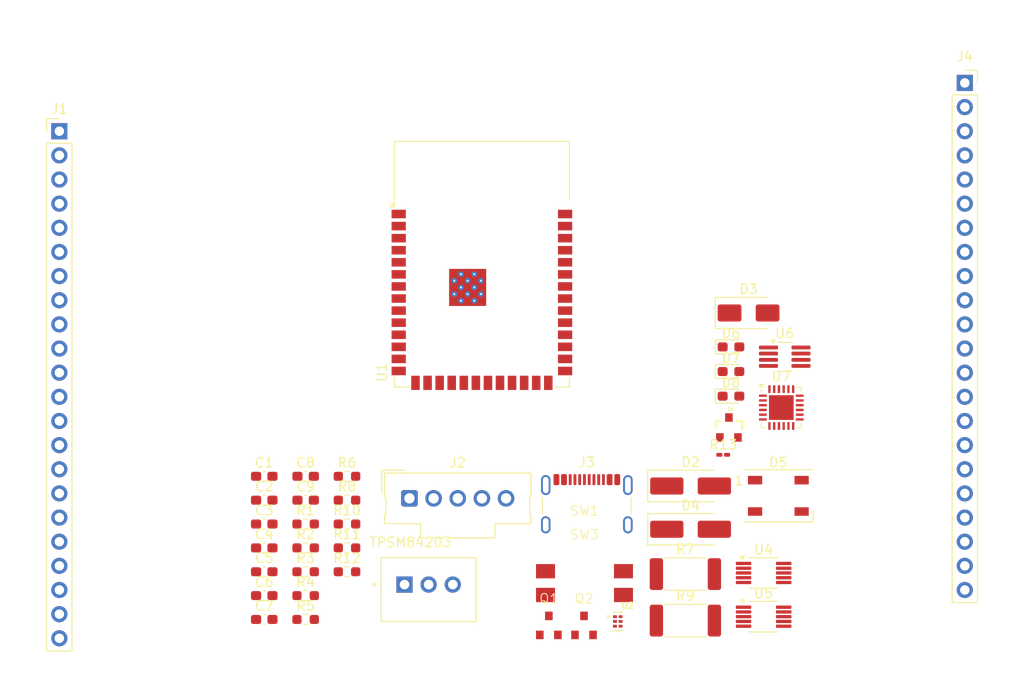
<source format=kicad_pcb>
(kicad_pcb (version 20240108) (generator "pcbnew") (generator_version "8.0")
  (layers (0 "F.Cu" signal) (31 "B.Cu" signal) (34 "B.Paste" user) (35 "F.Paste" user) (36 "B.SilkS" user "B.Silkscreen") (37 "F.SilkS" user "F.Silkscreen") (38 "B.Mask" user) (39 "F.Mask" user) (44 "Edge.Cuts" user))
  (net 0 "")
  (net 1 "GND")
  (net 2 "+3.3V")
  (net 3 "/IO0")
  (net 4 "/BC V_in")
  (net 5 "/EN")
  (net 6 "/CANH")
  (net 7 "/CANL")
  (net 8 "+24V")
  (net 9 "+5V")
  (net 11 "Net-(D5-DIN)")
  (net 12 "Net-(D6-K)")
  (net 13 "Net-(D6-A)")
  (net 14 "Net-(D7-A)")
  (net 15 "Net-(D7-K)")
  (net 16 "Net-(D8-A)")
  (net 17 "/IO19")
  (net 18 "/IO17{slash}U2TXD")
  (net 19 "/IO3")
  (net 20 "/IO16{slash}U2RXD")
  (net 21 "/IO46")
  (net 22 "/IO18")
  (net 23 "/IO15")
  (net 24 "/IO7")
  (net 25 "/IO9")
  (net 26 "/IO4")
  (net 27 "/IO11")
  (net 28 "/IO12")
  (net 29 "/IO20{slash}SDA")
  (net 30 "/IO8")
  (net 31 "/24V_out")
  (net 32 "/IO5")
  (net 33 "/IO10")
  (net 34 "/IO6")
  (net 36 "/D_N")
  (net 37 "/D_P")
  (net 38 "/CC1")
  (net 39 "/CC2")
  (net 40 "/TXD")
  (net 41 "/IO41")
  (net 42 "/IO2")
  (net 43 "/RXD")
  (net 44 "/IO35")
  (net 45 "/IO21{slash}SCL")
  (net 46 "/IO48")
  (net 47 "/IO36")
  (net 48 "/IO40")
  (net 49 "/IO39")
  (net 50 "/IO38")
  (net 51 "/IO42")
  (net 52 "/IO1")
  (net 53 "/IO14")
  (net 54 "/IO37")
  (net 55 "/IO47")
  (net 56 "/IO13")
  (net 57 "/IO45")
  (net 58 "Net-(Q1-B)")
  (net 59 "/RTS")
  (net 60 "/DTR")
  (net 61 "Net-(Q2-B)")
  (net 62 "Net-(U7-~{RST})")
  (net 63 "/BC V_out")
  (footprint "Capacitor_SMD:C_0603_1608Metric_Pad1.08x0.95mm_HandSolder" (layer "F.Cu") (at 110.4575 92.18)
    (property "Reference" "C1" (at 0 -1.43 0) (layer "F.SilkS"))
    (property "Value" "100uF")
    (pad "1" smd roundrect (at -0.8625 0) (size 1.075 0.95) (layers "F.Cu" "F.Paste" "F.Mask") (net 2 "+3.3V"))
    (pad "2" smd roundrect (at 0.8625 0) (size 1.075 0.95) (layers "F.Cu" "F.Paste" "F.Mask") (net 1 "GND"))
  )
  (footprint "LED_SMD:LED_0603_1608Metric_Pad1.05x0.95mm_HandSolder" (layer "F.Cu") (at 159.5525 81.16)
    (property "Reference" "D7" (at 0 -1.43 0) (layer "F.SilkS"))
    (property "Value" "LED")
    (pad "1" smd roundrect (at -0.875 0) (size 1.05 0.95) (layers "F.Cu" "F.Paste" "F.Mask") (net 15 "Net-(D7-K)"))
    (pad "2" smd roundrect (at 0.875 0) (size 1.05 0.95) (layers "F.Cu" "F.Paste" "F.Mask") (net 14 "Net-(D7-A)"))
  )
  (footprint "Resistor_SMD:R_0603_1608Metric_Pad0.98x0.95mm_HandSolder" (layer "F.Cu") (at 119.1575 94.69)
    (property "Reference" "R8" (at 0 -1.43 0) (layer "F.SilkS"))
    (property "Value" "1K")
    (pad "1" smd roundrect (at -0.9125 0) (size 0.975 0.95) (layers "F.Cu" "F.Paste" "F.Mask") (net 2 "+3.3V"))
    (pad "2" smd roundrect (at 0.9125 0) (size 0.975 0.95) (layers "F.Cu" "F.Paste" "F.Mask") (net 16 "Net-(D8-A)"))
  )
  (footprint "LED_SMD:LED_WS2812B_PLCC4_5.0x5.0mm_P3.2mm" (layer "F.Cu") (at 164.5325 94.235)
    (property "Reference" "D5" (at 0 -3.5 0) (layer "F.SilkS"))
    (property "Value" "WS2812B")
    (fp_text user "1" (at -4.15 -1.6 0) (layer "F.SilkS"))
    (pad "1" smd rect (at -2.45 -1.65) (size 1.5 0.9) (layers "F.Cu" "F.Paste" "F.Mask") (net 2 "+3.3V"))
    (pad "2" smd rect (at -2.45 1.65) (size 1.5 0.9) (layers "F.Cu" "F.Paste" "F.Mask"))
    (pad "3" smd rect (at 2.45 1.65) (size 1.5 0.9) (layers "F.Cu" "F.Paste" "F.Mask") (net 1 "GND"))
    (pad "4" smd rect (at 2.45 -1.65) (size 1.5 0.9) (layers "F.Cu" "F.Paste" "F.Mask") (net 11 "Net-(D5-DIN)"))
  )
  (footprint "Resistor_SMD:R_2512_6332Metric_Pad1.40x3.35mm_HandSolder" (layer "F.Cu") (at 154.7575 102.47)
    (property "Reference" "R7" (at 0 -2.62 0) (layer "F.SilkS"))
    (property "Value" "0.02")
    (pad "1" smd roundrect (at -3.05 0) (size 1.4 3.35) (layers "F.Cu" "F.Paste" "F.Mask") (roundrect_rratio 0.178571) (net 8 "+24V"))
    (pad "2" smd roundrect (at 3.05 0) (size 1.4 3.35) (layers "F.Cu" "F.Paste" "F.Mask") (roundrect_rratio 0.178571) (net 31 "/24V_out"))
  )
  (footprint "Connector_Molex:Molex_SL_171971-0005_1x05_P2.54mm_Vertical" (layer "F.Cu") (at 125.73 94.5)
    (property "Reference" "J2" (at 5.08 -3.75 0) (layer "F.SilkS"))
    (property "Value" "Conn_01x05_Socket")
    (pad "1" thru_hole roundrect (at 0 0) (size 1.74 1.74) (drill 1.09) (layers "*.Cu" "*.Mask") (roundrect_rratio 0.143678))
    (pad "2" thru_hole circle (at 2.54 0) (size 1.74 1.74) (drill 1.09) (layers "*.Cu" "*.Mask") (net 8 "+24V"))
    (pad "3" thru_hole circle (at 5.08 0) (size 1.74 1.74) (drill 1.09) (layers "*.Cu" "*.Mask") (net 1 "GND"))
    (pad "4" thru_hole circle (at 7.62 0) (size 1.74 1.74) (drill 1.09) (layers "*.Cu" "*.Mask") (net 6 "/CANH"))
    (pad "5" thru_hole circle (at 10.16 0) (size 1.74 1.74) (drill 1.09) (layers "*.Cu" "*.Mask") (net 7 "/CANL"))
  )
  (footprint "Capacitor_SMD:C_0603_1608Metric_Pad1.08x0.95mm_HandSolder" (layer "F.Cu") (at 110.4575 97.2)
    (property "Reference" "C3" (at 0 -1.43 0) (layer "F.SilkS"))
    (property "Value" "10uF")
    (pad "1" smd roundrect (at -0.8625 0) (size 1.075 0.95) (layers "F.Cu" "F.Paste" "F.Mask") (net 4 "/BC V_in"))
    (pad "2" smd roundrect (at 0.8625 0) (size 1.075 0.95) (layers "F.Cu" "F.Paste" "F.Mask") (net 1 "GND"))
  )
  (footprint "Resistor_SMD:R_0603_1608Metric_Pad0.98x0.95mm_HandSolder" (layer "F.Cu") (at 114.8075 104.73)
    (property "Reference" "R4" (at 0 -1.43 0) (layer "F.SilkS"))
    (property "Value" "10k")
    (pad "1" smd roundrect (at -0.9125 0) (size 0.975 0.95) (layers "F.Cu" "F.Paste" "F.Mask") (net 60 "/DTR"))
    (pad "2" smd roundrect (at 0.9125 0) (size 0.975 0.95) (layers "F.Cu" "F.Paste" "F.Mask") (net 58 "Net-(Q1-B)"))
  )
  (footprint "Diode_SMD:D_SMA_Handsoldering" (layer "F.Cu") (at 155.3025 97.75)
    (property "Reference" "D4" (at 0 -2.5 0) (layer "F.SilkS"))
    (property "Value" "D")
    (pad "1" smd roundrect (at -2.5 0) (size 3.5 1.8) (layers "F.Cu" "F.Paste" "F.Mask") (roundrect_rratio 0.1388888889) (net 4 "/BC V_in"))
    (pad "2" smd roundrect (at 2.5 0) (size 3.5 1.8) (layers "F.Cu" "F.Paste" "F.Mask") (roundrect_rratio 0.1388888889) (net 9 "+5V"))
  )
  (footprint "Resistor_SMD:R_0603_1608Metric_Pad0.98x0.95mm_HandSolder" (layer "F.Cu") (at 119.1575 97.2)
    (property "Reference" "R10" (at 0 -1.43 0) (layer "F.SilkS"))
    (property "Value" "10k")
    (pad "1" smd roundrect (at -0.9125 0) (size 0.975 0.95) (layers "F.Cu" "F.Paste" "F.Mask") (net 2 "+3.3V"))
    (pad "2" smd roundrect (at 0.9125 0) (size 0.975 0.95) (layers "F.Cu" "F.Paste" "F.Mask") (net 29 "/IO20{slash}SDA"))
  )
  (footprint "Resistor_SMD:R_0201_0603Metric_Pad0.64x0.40mm_HandSolder" (layer "F.Cu") (at 158.7375 89.92)
    (property "Reference" "R13" (at 0 -1.05 0) (layer "F.SilkS"))
    (property "Value" "220")
    (pad "1" smd roundrect (at -0.4075 0) (size 0.635 0.4) (layers "F.Cu" "F.Mask") (net 14 "Net-(D7-A)"))
    (pad "2" smd roundrect (at 0.4075 0) (size 0.635 0.4) (layers "F.Cu" "F.Mask") (net 2 "+3.3V"))
  )
  (footprint "Capacitor_SMD:C_0603_1608Metric_Pad1.08x0.95mm_HandSolder" (layer "F.Cu") (at 110.4575 102.22)
    (property "Reference" "C5" (at 0 -1.43 0) (layer "F.SilkS"))
    (property "Value" "0.1uF")
    (pad "1" smd roundrect (at -0.8625 0) (size 1.075 0.95) (layers "F.Cu" "F.Paste" "F.Mask") (net 5 "/EN"))
    (pad "2" smd roundrect (at 0.8625 0) (size 1.075 0.95) (layers "F.Cu" "F.Paste" "F.Mask") (net 1 "GND"))
  )
  (footprint "Capacitor_SMD:C_0603_1608Metric_Pad1.08x0.95mm_HandSolder" (layer "F.Cu") (at 110.4575 107.24)
    (property "Reference" "C7" (at 0 -1.43 0) (layer "F.SilkS"))
    (property "Value" "0.1uF")
    (pad "1" smd roundrect (at -0.8625 0) (size 1.075 0.95) (layers "F.Cu" "F.Paste" "F.Mask") (net 2 "+3.3V"))
    (pad "2" smd roundrect (at 0.8625 0) (size 1.075 0.95) (layers "F.Cu" "F.Paste" "F.Mask") (net 1 "GND"))
  )
  (footprint "Capacitor_SMD:C_0603_1608Metric_Pad1.08x0.95mm_HandSolder" (layer "F.Cu") (at 110.4575 104.73)
    (property "Reference" "C6" (at 0 -1.43 0) (layer "F.SilkS"))
    (property "Value" "10uF")
    (pad "1" smd roundrect (at -0.8625 0) (size 1.075 0.95) (layers "F.Cu" "F.Paste" "F.Mask") (net 2 "+3.3V"))
    (pad "2" smd roundrect (at 0.8625 0) (size 1.075 0.95) (layers "F.Cu" "F.Paste" "F.Mask") (net 1 "GND"))
  )
  (footprint "PESD1CAN:SOT23-3" (layer "F.Cu") (at 159.3341 87.095)
    (property "Reference" "D1" (at 0.190663 -1.982883 0) (layer "F.SilkS") (effects (font (size 0.320272 0.320272))))
    (property "Value" "PESD1CAN")
    (pad "1" smd rect (at -0.95 1) (size 0.8 0.9) (layers "F.Cu" "F.Paste" "F.Mask") (net 6 "/CANH"))
    (pad "2" smd rect (at 0.95 1) (size 0.8 0.9) (layers "F.Cu" "F.Paste" "F.Mask") (net 7 "/CANL"))
    (pad "3" smd rect (at 0 -1.1) (size 0.8 0.9) (layers "F.Cu" "F.Paste" "F.Mask") (net 1 "GND"))
  )
  (footprint "Resistor_SMD:R_0603_1608Metric_Pad0.98x0.95mm_HandSolder" (layer "F.Cu") (at 114.8075 102.22)
    (property "Reference" "R3" (at 0 -1.43 0) (layer "F.SilkS"))
    (property "Value" "10")
    (pad "1" smd roundrect (at -0.9125 0) (size 0.975 0.95) (layers "F.Cu" "F.Paste" "F.Mask") (net 9 "+5V"))
    (pad "2" smd roundrect (at 0.9125 0) (size 0.975 0.95) (layers "F.Cu" "F.Paste" "F.Mask") (net 62 "Net-(U7-~{RST})"))
  )
  (footprint "Resistor_SMD:R_0603_1608Metric_Pad0.98x0.95mm_HandSolder" (layer "F.Cu") (at 114.8075 99.71)
    (property "Reference" "R2" (at 0 -1.43 0) (layer "F.SilkS"))
    (property "Value" "5.1k")
    (pad "1" smd roundrect (at -0.9125 0) (size 0.975 0.95) (layers "F.Cu" "F.Paste" "F.Mask") (net 39 "/CC2"))
    (pad "2" smd roundrect (at 0.9125 0) (size 0.975 0.95) (layers "F.Cu" "F.Paste" "F.Mask") (net 1 "GND"))
  )
  (footprint "Connector_PinHeader_2.54mm:PinHeader_1x22_P2.54mm_Vertical" (layer "F.Cu") (at 88.9 55.88)
    (property "Reference" "J1" (at 0 -2.33 0) (layer "F.SilkS"))
    (property "Value" "Conn_01x22_Pin")
    (pad "1" thru_hole rect (at 0 0) (size 1.7 1.7) (drill 1) (layers "*.Cu" "*.Mask") (net 2 "+3.3V"))
    (pad "2" thru_hole oval (at 0 2.54) (size 1.7 1.7) (drill 1) (layers "*.Cu" "*.Mask") (net 5 "/EN"))
    (pad "3" thru_hole oval (at 0 5.08) (size 1.7 1.7) (drill 1) (layers "*.Cu" "*.Mask") (net 26 "/IO4"))
    (pad "4" thru_hole oval (at 0 7.62) (size 1.7 1.7) (drill 1) (layers "*.Cu" "*.Mask") (net 32 "/IO5"))
    (pad "5" thru_hole oval (at 0 10.16) (size 1.7 1.7) (drill 1) (layers "*.Cu" "*.Mask") (net 34 "/IO6"))
    (pad "6" thru_hole oval (at 0 12.7) (size 1.7 1.7) (drill 1) (layers "*.Cu" "*.Mask") (net 24 "/IO7"))
    (pad "7" thru_hole oval (at 0 15.24) (size 1.7 1.7) (drill 1) (layers "*.Cu" "*.Mask") (net 23 "/IO15"))
    (pad "8" thru_hole oval (at 0 17.78) (size 1.7 1.7) (drill 1) (layers "*.Cu" "*.Mask") (net 20 "/IO16{slash}U2RXD"))
    (pad "9" thru_hole oval (at 0 20.32) (size 1.7 1.7) (drill 1) (layers "*.Cu" "*.Mask") (net 18 "/IO17{slash}U2TXD"))
    (pad "10" thru_hole oval (at 0 22.86) (size 1.7 1.7) (drill 1) (layers "*.Cu" "*.Mask") (net 22 "/IO18"))
    (pad "11" thru_hole oval (at 0 25.4) (size 1.7 1.7) (drill 1) (layers "*.Cu" "*.Mask") (net 30 "/IO8"))
    (pad "12" thru_hole oval (at 0 27.94) (size 1.7 1.7) (drill 1) (layers "*.Cu" "*.Mask") (net 17 "/IO19"))
    (pad "13" thru_hole oval (at 0 30.48) (size 1.7 1.7) (drill 1) (layers "*.Cu" "*.Mask") (net 29 "/IO20{slash}SDA"))
    (pad "14" thru_hole oval (at 0 33.02) (size 1.7 1.7) (drill 1) (layers "*.Cu" "*.Mask") (net 19 "/IO3"))
    (pad "15" thru_hole oval (at 0 35.56) (size 1.7 1.7) (drill 1) (layers "*.Cu" "*.Mask") (net 21 "/IO46"))
    (pad "16" thru_hole oval (at 0 38.1) (size 1.7 1.7) (drill 1) (layers "*.Cu" "*.Mask") (net 25 "/IO9"))
    (pad "17" thru_hole oval (at 0 40.64) (size 1.7 1.7) (drill 1) (layers "*.Cu" "*.Mask") (net 33 "/IO10"))
    (pad "18" thru_hole oval (at 0 43.18) (size 1.7 1.7) (drill 1) (layers "*.Cu" "*.Mask") (net 27 "/IO11"))
    (pad "19" thru_hole oval (at 0 45.72) (size 1.7 1.7) (drill 1) (layers "*.Cu" "*.Mask") (net 28 "/IO12"))
    (pad "20" thru_hole oval (at 0 48.26) (size 1.7 1.7) (drill 1) (layers "*.Cu" "*.Mask") (net 8 "+24V"))
    (pad "21" thru_hole oval (at 0 50.8) (size 1.7 1.7) (drill 1) (layers "*.Cu" "*.Mask") (net 31 "/24V_out"))
    (pad "22" thru_hole oval (at 0 53.34) (size 1.7 1.7) (drill 1) (layers "*.Cu" "*.Mask") (net 1 "GND"))
  )
  (footprint "LED_SMD:LED_0603_1608Metric_Pad1.05x0.95mm_HandSolder" (layer "F.Cu") (at 159.5525 78.57)
    (property "Reference" "D6" (at 0 -1.43 0) (layer "F.SilkS"))
    (property "Value" "LED")
    (pad "1" smd roundrect (at -0.875 0) (size 1.05 0.95) (layers "F.Cu" "F.Paste" "F.Mask") (net 12 "Net-(D6-K)"))
    (pad "2" smd roundrect (at 0.875 0) (size 1.05 0.95) (layers "F.Cu" "F.Paste" "F.Mask") (net 13 "Net-(D6-A)"))
  )
  (footprint "Capacitor_SMD:C_0603_1608Metric_Pad1.08x0.95mm_HandSolder" (layer "F.Cu") (at 114.8075 92.18)
    (property "Reference" "C8" (at 0 -1.43 0) (layer "F.SilkS"))
    (property "Value" "100uF")
    (pad "1" smd roundrect (at -0.8625 0) (size 1.075 0.95) (layers "F.Cu" "F.Paste" "F.Mask") (net 2 "+3.3V"))
    (pad "2" smd roundrect (at 0.8625 0) (size 1.075 0.95) (layers "F.Cu" "F.Paste" "F.Mask") (net 1 "GND"))
  )
  (footprint "RF_Module:ESP32-S3-WROOM-1" (layer "F.Cu") (at 133.35 69.85)
    (property "Reference" "U1" (at -10.5 11.4 90) (layer "F.SilkS"))
    (property "Value" "ESP32-S3-WROOM-1")
    (pad "1" smd rect (at -8.75 -5.26) (size 1.5 0.9) (layers "F.Cu" "F.Paste" "F.Mask") (net 1 "GND"))
    (pad "2" smd rect (at -8.75 -3.99) (size 1.5 0.9) (layers "F.Cu" "F.Paste" "F.Mask") (net 2 "+3.3V"))
    (pad "3" smd rect (at -8.75 -2.72) (size 1.5 0.9) (layers "F.Cu" "F.Paste" "F.Mask") (net 5 "/EN"))
    (pad "4" smd rect (at -8.75 -1.45) (size 1.5 0.9) (layers "F.Cu" "F.Paste" "F.Mask") (net 26 "/IO4"))
    (pad "5" smd rect (at -8.75 -0.18) (size 1.5 0.9) (layers "F.Cu" "F.Paste" "F.Mask") (net 32 "/IO5"))
    (pad "6" smd rect (at -8.75 1.09) (size 1.5 0.9) (layers "F.Cu" "F.Paste" "F.Mask") (net 34 "/IO6"))
    (pad "7" smd rect (at -8.75 2.36) (size 1.5 0.9) (layers "F.Cu" "F.Paste" "F.Mask") (net 24 "/IO7"))
    (pad "8" smd rect (at -8.75 3.63) (size 1.5 0.9) (layers "F.Cu" "F.Paste" "F.Mask") (net 23 "/IO15"))
    (pad "9" smd rect (at -8.75 4.9) (size 1.5 0.9) (layers "F.Cu" "F.Paste" "F.Mask") (net 20 "/IO16{slash}U2RXD"))
    (pad "10" smd rect (at -8.75 6.17) (size 1.5 0.9) (layers "F.Cu" "F.Paste" "F.Mask") (net 18 "/IO17{slash}U2TXD"))
    (pad "11" smd rect (at -8.75 7.44) (size 1.5 0.9) (layers "F.Cu" "F.Paste" "F.Mask") (net 22 "/IO18"))
    (pad "12" smd rect (at -8.75 8.71) (size 1.5 0.9) (layers "F.Cu" "F.Paste" "F.Mask") (net 30 "/IO8"))
    (pad "13" smd rect (at -8.75 9.98) (size 1.5 0.9) (layers "F.Cu" "F.Paste" "F.Mask") (net 17 "/IO19"))
    (pad "14" smd rect (at -8.75 11.25 180) (size 1.5 0.9) (layers "F.Cu" "F.Paste" "F.Mask") (net 29 "/IO20{slash}SDA"))
    (pad "15" smd rect (at -6.985 12.5 270) (size 1.5 0.9) (layers "F.Cu" "F.Paste" "F.Mask") (net 19 "/IO3"))
    (pad "16" smd rect (at -5.715 12.5 270) (size 1.5 0.9) (layers "F.Cu" "F.Paste" "F.Mask") (net 21 "/IO46"))
    (pad "17" smd rect (at -4.445 12.5 270) (size 1.5 0.9) (layers "F.Cu" "F.Paste" "F.Mask") (net 25 "/IO9"))
    (pad "18" smd rect (at -3.175 12.5 270) (size 1.5 0.9) (layers "F.Cu" "F.Paste" "F.Mask") (net 33 "/IO10"))
    (pad "19" smd rect (at -1.905 12.5 270) (size 1.5 0.9) (layers "F.Cu" "F.Paste" "F.Mask") (net 27 "/IO11"))
    (pad "20" smd rect (at -0.635 12.5 270) (size 1.5 0.9) (layers "F.Cu" "F.Paste" "F.Mask") (net 28 "/IO12"))
    (pad "21" smd rect (at 0.635 12.5 270) (size 1.5 0.9) (layers "F.Cu" "F.Paste" "F.Mask") (net 56 "/IO13"))
    (pad "22" smd rect (at 1.905 12.5 270) (size 1.5 0.9) (layers "F.Cu" "F.Paste" "F.Mask") (net 53 "/IO14"))
    (pad "23" smd rect (at 3.175 12.5 270) (size 1.5 0.9) (layers "F.Cu" "F.Paste" "F.Mask") (net 45 "/IO21{slash}SCL"))
    (pad "24" smd rect (at 4.445 12.5 270) (size 1.5 0.9) (layers "F.Cu" "F.Paste" "F.Mask") (net 55 "/IO47"))
    (pad "25" smd rect (at 5.715 12.5 270) (size 1.5 0.9) (layers "F.Cu" "F.Paste" "F.Mask") (net 46 "/IO48"))
    (pad "26" smd rect (at 6.985 12.5 270) (size 1.5 0.9) (layers "F.Cu" "F.Paste" "F.Mask") (net 57 "/IO45"))
    (pad "27" smd rect (at 8.75 11.25) (size 1.5 0.9) (layers "F.Cu" "F.Paste" "F.Mask") (net 3 "/IO0"))
    (pad "28" smd rect (at 8.75 9.98) (size 1.5 0.9) (layers "F.Cu" "F.Paste" "F.Mask") (net 44 "/IO35"))
    (pad "29" smd rect (at 8.75 8.71) (size 1.5 0.9) (layers "F.Cu" "F.Paste" "F.Mask") (net 47 "/IO36"))
    (pad "30" smd rect (at 8.75 7.44) (size 1.5 0.9) (layers "F.Cu" "F.Paste" "F.Mask") (net 54 "/IO37"))
    (pad "31" smd rect (at 8.75 6.17) (size 1.5 0.9) (layers "F.Cu" "F.Paste" "F.Mask") (net 50 "/IO38"))
    (pad "32" smd rect (at 8.75 4.9) (size 1.5 0.9) (layers "F.Cu" "F.Paste" "F.Mask") (net 49 "/IO39"))
    (pad "33" smd rect (at 8.75 3.63) (size 1.5 0.9) (layers "F.Cu" "F.Paste" "F.Mask") (net 48 "/IO40"))
    (pad "34" smd rect (at 8.75 2.36) (size 1.5 0.9) (layers "F.Cu" "F.Paste" "F.Mask") (net 41 "/IO41"))
    (pad "35" smd rect (at 8.75 1.09) (size 1.5 0.9) (layers "F.Cu" "F.Paste" "F.Mask") (net 51 "/IO42"))
    (pad "36" smd rect (at 8.75 -0.18) (size 1.5 0.9) (layers "F.Cu" "F.Paste" "F.Mask") (net 43 "/RXD"))
    (pad "37" smd rect (at 8.75 -1.45) (size 1.5 0.9) (layers "F.Cu" "F.Paste" "F.Mask") (net 40 "/TXD"))
    (pad "38" smd rect (at 8.75 -2.72) (size 1.5 0.9) (layers "F.Cu" "F.Paste" "F.Mask") (net 42 "/IO2"))
    (pad "39" smd rect (at 8.75 -3.99) (size 1.5 0.9) (layers "F.Cu" "F.Paste" "F.Mask") (net 52 "/IO1"))
    (pad "40" smd rect (at 8.75 -5.26) (size 1.5 0.9) (layers "F.Cu" "F.Paste" "F.Mask") (net 1 "GND"))
    (pad "41" thru_hole circle (at -2.9 1.76 90) (size 0.6 0.6) (drill 0.2) (property pad_prop_heatsink) (layers "*.Cu" "F.Mask") (net 1 "GND"))
    (pad "41" thru_hole circle (at -2.9 3.16) (size 0.6 0.6) (drill 0.2) (property pad_prop_heatsink) (layers "*.Cu" "F.Mask") (net 1 "GND"))
    (pad "41" thru_hole circle (at -2.2 1.06) (size 0.6 0.6) (drill 0.2) (property pad_prop_heatsink) (layers "*.Cu" "F.Mask") (net 1 "GND"))
    (pad "41" thru_hole circle (at -2.2 2.46) (size 0.6 0.6) (drill 0.2) (property pad_prop_heatsink) (layers "*.Cu" "F.Mask") (net 1 "GND"))
    (pad "41" thru_hole circle (at -2.2 3.86) (size 0.6 0.6) (drill 0.2) (property pad_prop_heatsink) (layers "*.Cu" "F.Mask") (net 1 "GND"))
    (pad "41" thru_hole circle (at -1.5 1.76) (size 0.6 0.6) (drill 0.2) (property pad_prop_heatsink) (layers "*.Cu" "F.Mask") (net 1 "GND"))
    (pad "41" smd rect (at -1.5 2.46 270) (size 3.9 3.9) (layers "F.Cu" "F.Mask") (net 1 "GND"))
    (pad "41" thru_hole circle (at -1.5 3.16) (size 0.6 0.6) (drill 0.2) (property pad_prop_heatsink) (layers "*.Cu" "F.Mask") (net 1 "GND"))
    (pad "41" thru_hole circle (at -0.8 1.06) (size 0.6 0.6) (drill 0.2) (property pad_prop_heatsink) (layers "*.Cu" "F.Mask") (net 1 "GND"))
    (pad "41" thru_hole circle (at -0.8 2.46) (size 0.6 0.6) (drill 0.2) (property pad_prop_heatsink) (layers "*.Cu" "F.Mask") (net 1 "GND"))
    (pad "41" thru_hole circle (at -0.8 3.86) (size 0.6 0.6) (drill 0.2) (property pad_prop_heatsink) (layers "*.Cu" "F.Mask") (net 1 "GND"))
    (pad "41" thru_hole circle (at -0.1 1.76) (size 0.6 0.6) (drill 0.2) (property pad_prop_heatsink) (layers "*.Cu" "F.Mask") (net 1 "GND"))
    (pad "41" thru_hole circle (at -0.1 3.16) (size 0.6 0.6) (drill 0.2) (property pad_prop_heatsink) (layers "*.Cu" "F.Mask") (net 1 "GND"))
  )
  (footprint "Capacitor_SMD:C_0603_1608Metric_Pad1.08x0.95mm_HandSolder" (layer "F.Cu") (at 110.4575 99.71)
    (property "Reference" "C4" (at 0 -1.43 0) (layer "F.SilkS"))
    (property "Value" "0.1uF")
    (pad "1" smd roundrect (at -0.8625 0) (size 1.075 0.95) (layers "F.Cu" "F.Paste" "F.Mask") (net 2 "+3.3V"))
    (pad "2" smd roundrect (at 0.8625 0) (size 1.075 0.95) (layers "F.Cu" "F.Paste" "F.Mask") (net 1 "GND"))
  )
  (footprint "Transistor IC:SS8050" (layer "F.Cu") (at 140.3925 108.865)
    (property "Reference" "Q1" (at 0 -3.81 0) (layer "F.SilkS") (effects (font (thickness 0.1))))
    (property "Value" "NPN")
    (pad "1" smd rect (at 0 -2) (size 0.8 0.9) (layers "F.Cu" "F.Paste" "F.Mask") (net 5 "/EN"))
    (pad "2" smd rect (at 0.95 0) (size 0.8 0.9) (layers "F.Cu" "F.Paste" "F.Mask") (net 58 "Net-(Q1-B)"))
    (pad "3" smd rect (at -0.95 0) (size 0.8 0.9) (layers "F.Cu" "F.Paste" "F.Mask") (net 59 "/RTS"))
  )
  (footprint "Resistor_SMD:R_0603_1608Metric_Pad0.98x0.95mm_HandSolder" (layer "F.Cu") (at 119.1575 99.71)
    (property "Reference" "R11" (at 0 -1.43 0) (layer "F.SilkS"))
    (property "Value" "10k")
    (pad "1" smd roundrect (at -0.9125 0) (size 0.975 0.95) (layers "F.Cu" "F.Paste" "F.Mask") (net 2 "+3.3V"))
    (pad "2" smd roundrect (at 0.9125 0) (size 0.975 0.95) (layers "F.Cu" "F.Paste" "F.Mask") (net 45 "/IO21{slash}SCL"))
  )
  (footprint "Connector_PinSocket_2.54mm:PinSocket_1x22_P2.54mm_Vertical" (layer "F.Cu") (at 184.15 50.8)
    (property "Reference" "J4" (at 0 -2.77 0) (layer "F.SilkS"))
    (property "Value" "Conn_01x22_Pin")
    (pad "1" thru_hole rect (at 0 0) (size 1.7 1.7) (drill 1) (layers "*.Cu" "*.Mask") (net 1 "GND"))
    (pad "2" thru_hole oval (at 0 2.54) (size 1.7 1.7) (drill 1) (layers "*.Cu" "*.Mask") (net 52 "/IO1"))
    (pad "3" thru_hole oval (at 0 5.08) (size 1.7 1.7) (drill 1) (layers "*.Cu" "*.Mask") (net 42 "/IO2"))
    (pad "4" thru_hole oval (at 0 7.62) (size 1.7 1.7) (drill 1) (layers "*.Cu" "*.Mask") (net 40 "/TXD"))
    (pad "5" thru_hole oval (at 0 10.16) (size 1.7 1.7) (drill 1) (layers "*.Cu" "*.Mask") (net 43 "/RXD"))
    (pad "6" thru_hole oval (at 0 12.7) (size 1.7 1.7) (drill 1) (layers "*.Cu" "*.Mask") (net 51 "/IO42"))
    (pad "7" thru_hole oval (at 0 15.24) (size 1.7 1.7) (drill 1) (layers "*.Cu" "*.Mask") (net 41 "/IO41"))
    (pad "8" thru_hole oval (at 0 17.78) (size 1.7 1.7) (drill 1) (layers "*.Cu" "*.Mask") (net 48 "/IO40"))
    (pad "9" thru_hole oval (at 0 20.32) (size 1.7 1.7) (drill 1) (layers "*.Cu" "*.Mask") (net 49 "/IO39"))
    (pad "10" thru_hole oval (at 0 22.86) (size 1.7 1.7) (drill 1) (layers "*.Cu" "*.Mask") (net 50 "/IO38"))
    (pad "11" thru_hole oval (at 0 25.4) (size 1.7 1.7) (drill 1) (layers "*.Cu" "*.Mask") (net 54 "/IO37"))
    (pad "12" thru_hole oval (at 0 27.94) (size 1.7 1.7) (drill 1) (layers "*.Cu" "*.Mask") (net 47 "/IO36"))
    (pad "13" thru_hole oval (at 0 30.48) (size 1.7 1.7) (drill 1) (layers "*.Cu" "*.Mask") (net 44 "/IO35"))
    (pad "14" thru_hole oval (at 0 33.02) (size 1.7 1.7) (drill 1) (layers "*.Cu" "*.Mask") (net 3 "/IO0"))
    (pad "15" thru_hole oval (at 0 35.56) (size 1.7 1.7) (drill 1) (layers "*.Cu" "*.Mask") (net 57 "/IO45"))
    (pad "16" thru_hole oval (at 0 38.1) (size 1.7 1.7) (drill 1) (layers "*.Cu" "*.Mask") (net 46 "/IO48"))
    (pad "17" thru_hole oval (at 0 40.64) (size 1.7 1.7) (drill 1) (layers "*.Cu" "*.Mask") (net 55 "/IO47"))
    (pad "18" thru_hole oval (at 0 43.18) (size 1.7 1.7) (drill 1) (layers "*.Cu" "*.Mask") (net 45 "/IO21{slash}SCL"))
    (pad "19" thru_hole oval (at 0 45.72) (size 1.7 1.7) (drill 1) (layers "*.Cu" "*.Mask") (net 53 "/IO14"))
    (pad "20" thru_hole oval (at 0 48.26) (size 1.7 1.7) (drill 1) (layers "*.Cu" "*.Mask") (net 56 "/IO13"))
    (pad "21" thru_hole oval (at 0 50.8) (size 1.7 1.7) (drill 1) (layers "*.Cu" "*.Mask") (net 9 "+5V"))
    (pad "22" thru_hole oval (at 0 53.34) (size 1.7 1.7) (drill 1) (layers "*.Cu" "*.Mask") (net 2 "+3.3V"))
  )
  (footprint "Resistor_SMD:R_0603_1608Metric_Pad0.98x0.95mm_HandSolder" (layer "F.Cu") (at 114.8075 97.2)
    (property "Reference" "R1" (at 0 -1.43 0) (layer "F.SilkS"))
    (property "Value" "5.1k")
    (pad "1" smd roundrect (at -0.9125 0) (size 0.975 0.95) (layers "F.Cu" "F.Paste" "F.Mask") (net 38 "/CC1"))
    (pad "2" smd roundrect (at 0.9125 0) (size 0.975 0.95) (layers "F.Cu" "F.Paste" "F.Mask") (net 1 "GND"))
  )
  (footprint "LED_SMD:LED_0603_1608Metric_Pad1.05x0.95mm_HandSolder" (layer "F.Cu") (at 159.5525 83.75)
    (property "Reference" "D8" (at 0 -1.43 0) (layer "F.SilkS"))
    (property "Value" "LED")
    (pad "1" smd roundrect (at -0.875 0) (size 1.05 0.95) (layers "F.Cu" "F.Paste" "F.Mask") (net 1 "GND"))
    (pad "2" smd roundrect (at 0.875 0) (size 1.05 0.95) (layers "F.Cu" "F.Paste" "F.Mask") (net 16 "Net-(D8-A)"))
  )
  (footprint "Diode_SMD:D_SMA_Handsoldering" (layer "F.Cu") (at 155.3025 93.2)
    (property "Reference" "D2" (at 0 -2.5 0) (layer "F.SilkS"))
    (property "Value" "D")
    (pad "1" smd roundrect (at -2.5 0) (size 3.5 1.8) (layers "F.Cu" "F.Paste" "F.Mask") (roundrect_rratio 0.1388888889) (net 4 "/BC V_in"))
    (pad "2" smd roundrect (at 2.5 0) (size 3.5 1.8) (layers "F.Cu" "F.Paste" "F.Mask") (roundrect_rratio 0.1388888889) (net 8 "+24V"))
  )
  (footprint "TPD4S012DRYR:PSON50P145X100X60-6N" (layer "F.Cu") (at 147.6425 107.4485)
    (property "Reference" "U2" (at 1.032 -1.6564 0) (layer "F.SilkS") (effects (font (size 0.64 0.64))))
    (property "Value" "TPD4S012DRYR")
    (pad "1" smd roundrect (at -0.29 -0.5) (size 0.42 0.3) (layers "F.Cu" "F.Paste" "F.Mask") (roundrect_rratio 0.125) (net 37 "/D_P"))
    (pad "2" smd roundrect (at -0.295 0) (size 0.41 0.3) (layers "F.Cu" "F.Paste" "F.Mask") (roundrect_rratio 0.125) (net 36 "/D_N"))
    (pad "3" smd roundrect (at -0.295 0.5) (size 0.41 0.3) (layers "F.Cu" "F.Paste" "F.Mask") (roundrect_rratio 0.125))
    (pad "4" smd roundrect (at 0.295 0.5) (size 0.41 0.3) (layers "F.Cu" "F.Paste" "F.Mask") (roundrect_rratio 0.125) (net 1 "GND"))
    (pad "5" smd roundrect (at 0.295 0) (size 0.41 0.3) (layers "F.Cu" "F.Paste" "F.Mask") (roundrect_rratio 0.125))
    (pad "6" smd roundrect (at 0.295 -0.5) (size 0.41 0.3) (layers "F.Cu" "F.Paste" "F.Mask") (roundrect_rratio 0.125) (net 9 "+5V"))
  )
  (footprint "Connector_USB:USB_C_Receptacle_GCT_USB4105-xx-A_16P_TopMnt_Horizontal" (layer "F.Cu") (at 144.3875 96.21)
    (property "Reference" "J3" (at 0 -5.5 0) (layer "F.SilkS"))
    (property "Value" "USB_C_Receptacle_USB2.0_14P")
    (pad "" np_thru_hole circle (at -2.89 -2.605) (size 0.65 0.65) (drill 0.65) (layers "F&B.Cu" "*.Mask"))
    (pad "" np_thru_hole circle (at 2.89 -2.605) (size 0.65 0.65) (drill 0.65) (layers "F&B.Cu" "*.Mask"))
    (pad "A1" smd roundrect (at -3.2 -3.68) (size 0.6 1.15) (layers "F.Cu" "F.Paste" "F.Mask") (net 1 "GND"))
    (pad "A4" smd roundrect (at -2.4 -3.68) (size 0.6 1.15) (layers "F.Cu" "F.Paste" "F.Mask") (net 9 "+5V"))
    (pad "A5" smd roundrect (at -1.25 -3.68) (size 0.3 1.15) (layers "F.Cu" "F.Paste" "F.Mask") (net 38 "/CC1"))
    (pad "A6" smd roundrect (at -0.25 -3.68) (size 0.3 1.15) (layers "F.Cu" "F.Paste" "F.Mask") (net 37 "/D_P"))
    (pad "A7" smd roundrect (at 0.25 -3.68) (size 0.3 1.15) (layers "F.Cu" "F.Paste" "F.Mask") (net 36 "/D_N"))
    (pad "A8" smd roundrect (at 1.25 -3.68) (size 0.3 1.15) (layers "F.Cu" "F.Paste" "F.Mask"))
    (pad "A9" smd roundrect (at 2.4 -3.68) (size 0.6 1.15) (layers "F.Cu" "F.Paste" "F.Mask") (net 9 "+5V"))
    (pad "A12" smd roundrect (at 3.2 -3.68) (size 0.6 1.15) (layers "F.Cu" "F.Paste" "F.Mask") (net 1 "GND"))
    (pad "B1" smd roundrect (at 3.2 -3.68) (size 0.6 1.15) (layers "F.Cu" "F.Paste" "F.Mask") (net 1 "GND"))
    (pad "B4" smd roundrect (at 2.4 -3.68) (size 0.6 1.15) (layers "F.Cu" "F.Paste" "F.Mask") (net 9 "+5V"))
    (pad "B5" smd roundrect (at 1.75 -3.68) (size 0.3 1.15) (layers "F.Cu" "F.Paste" "F.Mask") (net 39 "/CC2"))
    (pad "B6" smd roundrect (at 0.75 -3.68) (size 0.3 1.15) (layers "F.Cu" "F.Paste" "F.Mask") (net 37 "/D_P"))
    (pad "B7" smd roundrect (at -0.75 -3.68) (size 0.3 1.15) (layers "F.Cu" "F.Paste" "F.Mask") (net 36 "/D_N"))
    (pad "B8" smd roundrect (at -1.75 -3.68) (size 0.3 1.15) (layers "F.Cu" "F.Paste" "F.Mask"))
    (pad "B9" smd roundrect (at -2.4 -3.68) (size 0.6 1.15) (layers "F.Cu" "F.Paste" "F.Mask") (net 9 "+5V"))
    (pad "B12" smd roundrect (at -3.2 -3.68) (size 0.6 1.15) (layers "F.Cu" "F.Paste" "F.Mask") (net 1 "GND"))
    (pad "S1" thru_hole oval (at -4.32 -3.105) (size 1 2.1) (drill oval 0.6 1.7) (layers "*.Cu" "*.Mask" "F.Paste") (net 1 "GND"))
    (pad "S1" thru_hole oval (at -4.32 1.075) (size 1 1.8) (drill oval 0.6 1.4) (layers "*.Cu" "*.Mask" "F.Paste") (net 1 "GND"))
    (pad "S1" thru_hole oval (at 4.32 -3.105) (size 1 2.1) (drill oval 0.6 1.7) (layers "*.Cu" "*.Mask" "F.Paste") (net 1 "GND"))
    (pad "S1" thru_hole oval (at 4.32 1.075) (size 1 1.8) (drill oval 0.6 1.4) (layers "*.Cu" "*.Mask" "F.Paste") (net 1 "GND"))
  )
  (footprint "TPSM84203EAB:CONV_TPSM84205EAB" (layer "F.Cu") (at 127.7475 103.57)
    (property "Reference" "TPSM84203" (at -1.905 -4.445 0) (layer "F.SilkS"))
    (property "Value" "~")
    (pad "1" thru_hole rect (at -2.54 0) (size 1.71 1.71) (drill 1.01) (layers "*.Cu" "*.Mask") (net 63 "/BC V_out"))
    (pad "2" thru_hole circle (at 0 0) (size 1.71 1.71) (drill 1.01) (layers "*.Cu" "*.Mask") (net 2 "+3.3V"))
    (pad "3" thru_hole circle (at 2.54 0) (size 1.71 1.71) (drill 1.01) (layers "*.Cu" "*.Mask") (net 1 "GND"))
  )
  (footprint "Package_SO:MSOP-10_3x3mm_P0.5mm" (layer "F.Cu") (at 162.9875 102.35)
    (property "Reference" "U4" (at 0 -2.45 0) (layer "F.SilkS"))
    (property "Value" "LTC4151xMS")
    (pad "1" smd roundrect (at -2.1125 -1) (size 1.625 0.35) (layers "F.Cu" "F.Paste" "F.Mask") (net 8 "+24V"))
    (pad "2" smd roundrect (at -2.1125 -0.5) (size 1.625 0.35) (layers "F.Cu" "F.Paste" "F.Mask") (net 8 "+24V"))
    (pad "3" smd roundrect (at -2.1125 0) (size 1.625 0.35) (layers "F.Cu" "F.Paste" "F.Mask") (net 8 "+24V"))
    (pad "4" smd roundrect (at -2.1125 0.5) (size 1.625 0.35) (layers "F.Cu" "F.Paste" "F.Mask") (net 1 "GND"))
    (pad "5" smd roundrect (at -2.1125 1) (size 1.625 0.35) (layers "F.Cu" "F.Paste" "F.Mask") (net 1 "GND"))
    (pad "6" smd roundrect (at 2.1125 1) (size 1.625 0.35) (layers "F.Cu" "F.Paste" "F.Mask") (net 45 "/IO21{slash}SCL"))
    (pad "7" smd roundrect (at 2.1125 0.5) (size 1.625 0.35) (layers "F.Cu" "F.Paste" "F.Mask") (net 29 "/IO20{slash}SDA"))
    (pad "8" smd roundrect (at 2.1125 0) (size 1.625 0.35) (layers "F.Cu" "F.Paste" "F.Mask"))
    (pad "9" smd roundrect (at 2.1125 -0.5) (size 1.625 0.35) (layers "F.Cu" "F.Paste" "F.Mask") (net 1 "GND"))
    (pad "10" smd roundrect (at 2.1125 -1) (size 1.625 0.35) (layers "F.Cu" "F.Paste" "F.Mask") (net 31 "/24V_out"))
  )
  (footprint "Resistor_SMD:R_0603_1608Metric_Pad0.98x0.95mm_HandSolder" (layer "F.Cu") (at 114.8075 107.24)
    (property "Reference" "R5" (at 0 -1.43 0) (layer "F.SilkS"))
    (property "Value" "10k")
    (pad "1" smd roundrect (at -0.9125 0) (size 0.975 0.95) (layers "F.Cu" "F.Paste" "F.Mask") (net 59 "/RTS"))
    (pad "2" smd roundrect (at 0.9125 0) (size 0.975 0.95) (layers "F.Cu" "F.Paste" "F.Mask") (net 61 "Net-(Q2-B)"))
  )
  (footprint "Button_Switch_SMD:PTS636_SM43_SMTR_LFS" (layer "F.Cu") (at 144.1425 104.665)
    (property "Reference" "SW3" (at 0 -6.35 0) (layer "F.SilkS") (effects (font (thickness 0.1))))
    (property "Value" "SW_Push")
    (pad "1" smd rect (at 4.1 0) (size 2 1.5) (layers "F.Cu" "F.Paste" "F.Mask") (net 1 "GND"))
    (pad "2" smd rect (at -4.1 0) (size 2 1.5) (layers "F.Cu" "F.Paste" "F.Mask") (net 3 "/IO0"))
  )
  (footprint "Button_Switch_SMD:PTS636_SM43_SMTR_LFS" (layer "F.Cu") (at 144.1425 102.165)
    (property "Reference" "SW1" (at 0 -6.35 0) (layer "F.SilkS") (effects (font (thickness 0.1))))
    (property "Value" "SW_Push")
    (pad "1" smd rect (at 4.1 0) (size 2 1.5) (layers "F.Cu" "F.Paste" "F.Mask") (net 1 "GND"))
    (pad "2" smd rect (at -4.1 0) (size 2 1.5) (layers "F.Cu" "F.Paste" "F.Mask") (net 5 "/EN"))
  )
  (footprint "Package_DFN_QFN:QFN-24-1EP_4x4mm_P0.5mm_EP2.6x2.6mm" (layer "F.Cu") (at 164.8475 84.95)
    (property "Reference" "U7" (at 0 -3.3 0) (layer "F.SilkS"))
    (property "Value" "CP2102N-Axx-xQFN24")
    (pad "1" smd roundrect (at -1.9375 -1.25) (size 0.825 0.25) (layers "F.Cu" "F.Paste" "F.Mask"))
    (pad "2" smd roundrect (at -1.9375 -0.75) (size 0.825 0.25) (layers "F.Cu" "F.Paste" "F.Mask") (net 1 "GND"))
    (pad "3" smd roundrect (at -1.9375 -0.25) (size 0.825 0.25) (layers "F.Cu" "F.Paste" "F.Mask") (net 37 "/D_P"))
    (pad "4" smd roundrect (at -1.9375 0.25) (size 0.825 0.25) (layers "F.Cu" "F.Paste" "F.Mask") (net 36 "/D_N"))
    (pad "5" smd roundrect (at -1.9375 0.75) (size 0.825 0.25) (layers "F.Cu" "F.Paste" "F.Mask") (net 2 "+3.3V"))
    (pad "6" smd roundrect (at -1.9375 1.25) (size 0.825 0.25) (layers "F.Cu" "F.Paste" "F.Mask") (net 2 "+3.3V"))
    (pad "7" smd roundrect (at -1.25 1.9375) (size 0.25 0.825) (layers "F.Cu" "F.Paste" "F.Mask") (net 9 "+5V"))
    (pad "8" smd roundrect (at -0.75 1.9375) (size 0.25 0.825) (layers "F.Cu" "F.Paste" "F.Mask") (net 9 "+5V"))
    (pad "9" smd roundrect (at -0.25 1.9375) (size 0.25 0.825) (layers "F.Cu" "F.Paste" "F.Mask") (net 62 "Net-(U7-~{RST})"))
    (pad "10" smd roundrect (at 0.25 1.9375) (size 0.25 0.825) (layers "F.Cu" "F.Paste" "F.Mask"))
    (pad "11" smd roundrect (at 0.75 1.9375) (size 0.25 0.825) (layers "F.Cu" "F.Paste" "F.Mask"))
    (pad "12" smd roundrect (at 1.25 1.9375) (size 0.25 0.825) (layers "F.Cu" "F.Paste" "F.Mask"))
    (pad "13" smd roundrect (at 1.9375 1.25) (size 0.825 0.25) (layers "F.Cu" "F.Paste" "F.Mask") (net 15 "Net-(D7-K)"))
    (pad "14" smd roundrect (at 1.9375 0.75) (size 0.825 0.25) (layers "F.Cu" "F.Paste" "F.Mask") (net 12 "Net-(D6-K)"))
    (pad "15" smd roundrect (at 1.9375 0.25) (size 0.825 0.25) (layers "F.Cu" "F.Paste" "F.Mask"))
    (pad "16" smd roundrect (at 1.9375 -0.25) (size 0.825 0.25) (layers "F.Cu" "F.Paste" "F.Mask"))
    (pad "17" smd roundrect (at 1.9375 -0.75) (size 0.825 0.25) (layers "F.Cu" "F.Paste" "F.Mask"))
    (pad "18" smd roundrect (at 1.9375 -1.25) (size 0.825 0.25) (layers "F.Cu" "F.Paste" "F.Mask"))
    (pad "19" smd roundrect (at 1.25 -1.9375) (size 0.25 0.825) (layers "F.Cu" "F.Paste" "F.Mask") (net 59 "/RTS"))
    (pad "20" smd roundrect (at 0.75 -1.9375) (size 0.25 0.825) (layers "F.Cu" "F.Paste" "F.Mask") (net 18 "/IO17{slash}U2TXD"))
    (pad "21" smd roundrect (at 0.25 -1.9375) (size 0.25 0.825) (layers "F.Cu" "F.Paste" "F.Mask") (net 20 "/IO16{slash}U2RXD"))
    (pad "22" smd roundrect (at -0.25 -1.9375) (size 0.25 0.825) (layers "F.Cu" "F.Paste" "F.Mask"))
    (pad "23" smd roundrect (at -0.75 -1.9375) (size 0.25 0.825) (layers "F.Cu" "F.Paste" "F.Mask") (net 60 "/DTR"))
    (pad "24" smd roundrect (at -1.25 -1.9375) (size 0.25 0.825) (layers "F.Cu" "F.Paste" "F.Mask"))
    (pad "25" smd rect (at 0 0) (size 2.6 2.6) (property pad_prop_heatsink) (layers "F.Cu" "F.Mask") (net 1 "GND"))
  )
  (footprint "Capacitor_SMD:C_0603_1608Metric_Pad1.08x0.95mm_HandSolder" (layer "F.Cu") (at 114.8075 94.69)
    (property "Reference" "C9" (at 0 -1.43 0) (layer "F.SilkS"))
    (property "Value" "1uF")
    (pad "1" smd roundrect (at -0.8625 0) (size 1.075 0.95) (layers "F.Cu" "F.Paste" "F.Mask") (net 2 "+3.3V"))
    (pad "2" smd roundrect (at 0.8625 0) (size 1.075 0.95) (layers "F.Cu" "F.Paste" "F.Mask") (net 1 "GND"))
  )
  (footprint "Resistor_SMD:R_0603_1608Metric_Pad0.98x0.95mm_HandSolder" (layer "F.Cu") (at 119.1575 92.18)
    (property "Reference" "R6" (at 0 -1.43 0) (layer "F.SilkS"))
    (property "Value" "1k")
    (pad "1" smd roundrect (at -0.9125 0) (size 0.975 0.95) (layers "F.Cu" "F.Paste" "F.Mask") (net 17 "/IO19"))
    (pad "2" smd roundrect (at 0.9125 0) (size 0.975 0.95) (layers "F.Cu" "F.Paste" "F.Mask") (net 11 "Net-(D5-DIN)"))
  )
  (footprint "Diode_SMD:D_SMA" (layer "F.Cu") (at 161.4025 75)
    (property "Reference" "D3" (at 0 -2.5 0) (layer "F.SilkS"))
    (property "Value" "SMAJ26CA")
    (pad "1" smd roundrect (at -2 0) (size 2.5 1.8) (layers "F.Cu" "F.Paste" "F.Mask") (roundrect_rratio 0.1388888889) (net 8 "+24V"))
    (pad "2" smd roundrect (at 2 0) (size 2.5 1.8) (layers "F.Cu" "F.Paste" "F.Mask") (roundrect_rratio 0.1388888889) (net 1 "GND"))
  )
  (footprint "Resistor_SMD:R_0603_1608Metric_Pad0.98x0.95mm_HandSolder" (layer "F.Cu") (at 119.1575 102.22)
    (property "Reference" "R12" (at 0 -1.43 0) (layer "F.SilkS"))
    (property "Value" "220")
    (pad "1" smd roundrect (at -0.9125 0) (size 0.975 0.95) (layers "F.Cu" "F.Paste" "F.Mask") (net 13 "Net-(D6-A)"))
    (pad "2" smd roundrect (at 0.9125 0) (size 0.975 0.95) (layers "F.Cu" "F.Paste" "F.Mask") (net 2 "+3.3V"))
  )
  (footprint "Package_SO:MSOP-10_3x3mm_P0.5mm" (layer "F.Cu") (at 162.9875 106.95)
    (property "Reference" "U5" (at 0 -2.45 0) (layer "F.SilkS"))
    (property "Value" "LTC4151xMS")
    (pad "1" smd roundrect (at -2.1125 -1) (size 1.625 0.35) (layers "F.Cu" "F.Paste" "F.Mask") (net 4 "/BC V_in"))
    (pad "2" smd roundrect (at -2.1125 -0.5) (size 1.625 0.35) (layers "F.Cu" "F.Paste" "F.Mask") (net 8 "+24V"))
    (pad "3" smd roundrect (at -2.1125 0) (size 1.625 0.35) (layers "F.Cu" "F.Paste" "F.Mask") (net 4 "/BC V_in"))
    (pad "4" smd roundrect (at -2.1125 0.5) (size 1.625 0.35) (layers "F.Cu" "F.Paste" "F.Mask") (net 4 "/BC V_in"))
    (pad "5" smd roundrect (at -2.1125 1) (size 1.625 0.35) (layers "F.Cu" "F.Paste" "F.Mask") (net 1 "GND"))
    (pad "6" smd roundrect (at 2.1125 1) (size 1.625 0.35) (layers "F.Cu" "F.Paste" "F.Mask") (net 45 "/IO21{slash}SCL"))
    (pad "7" smd roundrect (at 2.1125 0.5) (size 1.625 0.35) (layers "F.Cu" "F.Paste" "F.Mask") (net 29 "/IO20{slash}SDA"))
    (pad "8" smd roundrect (at 2.1125 0) (size 1.625 0.35) (layers "F.Cu" "F.Paste" "F.Mask"))
    (pad "9" smd roundrect (at 2.1125 -0.5) (size 1.625 0.35) (layers "F.Cu" "F.Paste" "F.Mask") (net 1 "GND"))
    (pad "10" smd roundrect (at 2.1125 -1) (size 1.625 0.35) (layers "F.Cu" "F.Paste" "F.Mask") (net 63 "/BC V_out"))
  )
  (footprint "Resistor_SMD:R_2512_6332Metric_Pad1.40x3.35mm_HandSolder" (layer "F.Cu") (at 154.7575 107.36)
    (property "Reference" "R9" (at 0 -2.62 0) (layer "F.SilkS"))
    (property "Value" "0.02")
    (pad "1" smd roundrect (at -3.05 0) (size 1.4 3.35) (layers "F.Cu" "F.Paste" "F.Mask") (roundrect_rratio 0.178571) (net 4 "/BC V_in"))
    (pad "2" smd roundrect (at 3.05 0) (size 1.4 3.35) (layers "F.Cu" "F.Paste" "F.Mask") (roundrect_rratio 0.178571) (net 63 "/BC V_out"))
  )
  (footprint "Transistor IC:SS8050" (layer "F.Cu") (at 144.0925 108.865)
    (property "Reference" "Q2" (at 0 -3.81 0) (layer "F.SilkS") (effects (font (thickness 0.1))))
    (property "Value" "NPN")
    (pad "1" smd rect (at 0 -2) (size 0.8 0.9) (layers "F.Cu" "F.Paste" "F.Mask") (net 3 "/IO0"))
    (pad "2" smd rect (at 0.95 0) (size 0.8 0.9) (layers "F.Cu" "F.Paste" "F.Mask") (net 61 "Net-(Q2-B)"))
    (pad "3" smd rect (at -0.95 0) (size 0.8 0.9) (layers "F.Cu" "F.Paste" "F.Mask") (net 60 "/DTR"))
  )
  (footprint "Package_TO_SOT_SMD:TSOT-23-8_HandSoldering" (layer "F.Cu") (at 165.2075 79.6)
    (property "Reference" "U6" (at 0 -2.45 0) (layer "F.SilkS"))
    (property "Value" "TCAN332")
    (pad "1" smd roundrect (at -1.71 -0.97) (size 2 0.4) (layers "F.Cu" "F.Paste" "F.Mask") (net 40 "/TXD"))
    (pad "2" smd roundrect (at -1.71 -0.33) (size 2 0.4) (layers "F.Cu" "F.Paste" "F.Mask") (net 1 "GND"))
    (pad "3" smd roundrect (at -1.71 0.33) (size 2 0.4) (layers "F.Cu" "F.Paste" "F.Mask") (net 2 "+3.3V"))
    (pad "4" smd roundrect (at -1.71 0.97) (size 2 0.4) (layers "F.Cu" "F.Paste" "F.Mask") (net 43 "/RXD"))
    (pad "5" smd roundrect (at 1.71 0.97) (size 2 0.4) (layers "F.Cu" "F.Paste" "F.Mask"))
    (pad "6" smd roundrect (at 1.71 0.33) (size 2 0.4) (layers "F.Cu" "F.Paste" "F.Mask") (net 7 "/CANL"))
    (pad "7" smd roundrect (at 1.71 -0.33) (size 2 0.4) (layers "F.Cu" "F.Paste" "F.Mask") (net 6 "/CANH"))
    (pad "8" smd roundrect (at 1.71 -0.97) (size 2 0.4) (layers "F.Cu" "F.Paste" "F.Mask"))
  )
  (footprint "Capacitor_SMD:C_0603_1608Metric_Pad1.08x0.95mm_HandSolder" (layer "F.Cu") (at 110.4575 94.69)
    (property "Reference" "C2" (at 0 -1.43 0) (layer "F.SilkS"))
    (property "Value" "0.1uF")
    (pad "1" smd roundrect (at -0.8625 0) (size 1.075 0.95) (layers "F.Cu" "F.Paste" "F.Mask") (net 3 "/IO0"))
    (pad "2" smd roundrect (at 0.8625 0) (size 1.075 0.95) (layers "F.Cu" "F.Paste" "F.Mask") (net 1 "GND"))
  )
)
</source>
